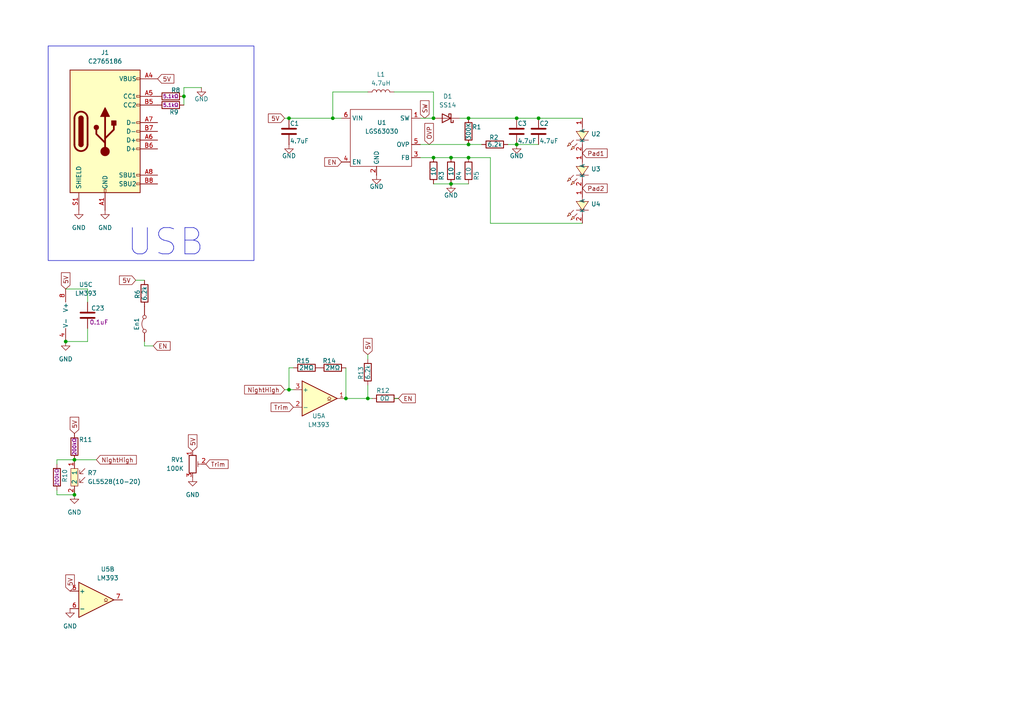
<source format=kicad_sch>
(kicad_sch (version 20250114) (generator "eeschema") (generator_version "9.0")
  (paper "A4")
  (lib_symbols
    (symbol "Comparator:LM393" (pin_names (offset 0.127))
      (property "Reference" "U" (at 3.81 3.81 0))
      (property "Value" "LM393" (at 6.35 -3.81 0))
      (symbol "LM393_1_1"
        (polyline (pts (xy -5.08 5.08) (xy 5.08 0) (xy -5.08 -5.08) (xy -5.08 5.08)) (stroke (width 0.254)) (fill (type background)))
        (polyline (pts (xy 3.302 -0.508) (xy 2.794 -0.508) (xy 3.302 0) (xy 2.794 0.508) (xy 2.286 0) (xy 2.794 -0.508) (xy 2.286 -0.508)) (stroke (width 0.127)))
        (pin input line (at -7.62 2.54 0) (length 2.54) (name "+") (number "3"))
        (pin input line (at -7.62 -2.54 0) (length 2.54) (name "-") (number "2"))
        (pin open_collector line (at 7.62 0 180) (length 2.54) (name "~") (number "1"))
      )
      (symbol "LM393_2_1"
        (polyline (pts (xy -5.08 5.08) (xy 5.08 0) (xy -5.08 -5.08) (xy -5.08 5.08)) (stroke (width 0.254)) (fill (type background)))
        (polyline (pts (xy 3.302 -0.508) (xy 2.794 -0.508) (xy 3.302 0) (xy 2.794 0.508) (xy 2.286 0) (xy 2.794 -0.508) (xy 2.286 -0.508)) (stroke (width 0.127)))
        (pin input line (at -7.62 2.54 0) (length 2.54) (name "+") (number "5"))
        (pin input line (at -7.62 -2.54 0) (length 2.54) (name "-") (number "6"))
        (pin open_collector line (at 7.62 0 180) (length 2.54) (name "~") (number "7"))
      )
      (symbol "LM393_3_1"
        (pin power_in line (at -2.54 7.62 270) (length 3.81) (name "V+") (number "8"))
        (pin power_in line (at -2.54 -7.62 90) (length 3.81) (name "V-") (number "4"))
      )
    )
    (symbol "Connector:USB_C_Receptacle_USB2.0_16P" (pin_names (offset 1.016))
      (property "Reference" "J" (at 0 22.225 0))
      (property "Value" "USB_C_Receptacle_USB2.0_16P" (at 0 19.685 0))
      (symbol "USB_C_Receptacle_USB2.0_16P_0_0"
        (rectangle (start -0.254 -17.78) (end 0.254 -16.764))
        (rectangle (start 10.16 15.494) (end 9.144 14.986))
        (rectangle (start 10.16 10.414) (end 9.144 9.906))
        (rectangle (start 10.16 7.874) (end 9.144 7.366))
        (rectangle (start 10.16 2.794) (end 9.144 2.286))
        (rectangle (start 10.16 0.254) (end 9.144 -0.254))
        (rectangle (start 10.16 -2.286) (end 9.144 -2.794))
        (rectangle (start 10.16 -4.826) (end 9.144 -5.334))
        (rectangle (start 10.16 -12.446) (end 9.144 -12.954))
        (rectangle (start 10.16 -14.986) (end 9.144 -15.494))
      )
      (symbol "USB_C_Receptacle_USB2.0_16P_0_1"
        (rectangle (start -10.16 17.78) (end 10.16 -17.78) (stroke (width 0.254)) (fill (type background)))
        (polyline (pts (xy -8.89 -3.81) (xy -8.89 3.81)) (stroke (width 0.508)))
        (rectangle (start -7.62 -3.81) (end -6.35 3.81) (stroke (width 0.254)) (fill (type outline)))
        (arc (start -7.62 3.81) (mid -6.985 4.4423) (end -6.35 3.81) (stroke (width 0.254)))
        (arc (start -7.62 3.81) (mid -6.985 4.4423) (end -6.35 3.81) (stroke (width 0.254)) (fill (type outline)))
        (arc (start -8.89 3.81) (mid -6.985 5.7067) (end -5.08 3.81) (stroke (width 0.508)))
        (arc (start -5.08 -3.81) (mid -6.985 -5.7067) (end -8.89 -3.81) (stroke (width 0.508)))
        (arc (start -6.35 -3.81) (mid -6.985 -4.4423) (end -7.62 -3.81) (stroke (width 0.254)))
        (arc (start -6.35 -3.81) (mid -6.985 -4.4423) (end -7.62 -3.81) (stroke (width 0.254)) (fill (type outline)))
        (polyline (pts (xy -5.08 3.81) (xy -5.08 -3.81)) (stroke (width 0.508)))
        (circle (center -2.54 1.143) (radius 0.635) (stroke (width 0.254)) (fill (type outline)))
        (polyline (pts (xy -1.27 4.318) (xy 0 6.858) (xy 1.27 4.318) (xy -1.27 4.318)) (stroke (width 0.254)) (fill (type outline)))
        (polyline (pts (xy 0 -2.032) (xy 2.54 0.508) (xy 2.54 1.778)) (stroke (width 0.508)))
        (polyline (pts (xy 0 -3.302) (xy -2.54 -0.762) (xy -2.54 0.508)) (stroke (width 0.508)))
        (polyline (pts (xy 0 -5.842) (xy 0 4.318)) (stroke (width 0.508)))
        (circle (center 0 -5.842) (radius 1.27) (fill (type outline)))
        (rectangle (start 1.905 1.778) (end 3.175 3.048) (stroke (width 0.254)) (fill (type outline)))
      )
      (symbol "USB_C_Receptacle_USB2.0_16P_1_1"
        (pin passive line (at -7.62 -22.86 90) (length 5.08) (name "SHIELD") (number "S1"))
        (pin passive line (at 0 -22.86 90) (length 5.08) (name "GND") (number "A1"))
        (pin passive line (at 0 -22.86 90) (length 5.08) (hide yes) (name "GND") (number "A12"))
        (pin passive line (at 0 -22.86 90) (length 5.08) (hide yes) (name "GND") (number "B1"))
        (pin passive line (at 0 -22.86 90) (length 5.08) (hide yes) (name "GND") (number "B12"))
        (pin passive line (at 15.24 15.24 180) (length 5.08) (name "VBUS") (number "A4"))
        (pin passive line (at 15.24 15.24 180) (length 5.08) (hide yes) (name "VBUS") (number "A9"))
        (pin passive line (at 15.24 15.24 180) (length 5.08) (hide yes) (name "VBUS") (number "B4"))
        (pin passive line (at 15.24 15.24 180) (length 5.08) (hide yes) (name "VBUS") (number "B9"))
        (pin bidirectional line (at 15.24 10.16 180) (length 5.08) (name "CC1") (number "A5"))
        (pin bidirectional line (at 15.24 7.62 180) (length 5.08) (name "CC2") (number "B5"))
        (pin bidirectional line (at 15.24 2.54 180) (length 5.08) (name "D-") (number "A7"))
        (pin bidirectional line (at 15.24 0 180) (length 5.08) (name "D-") (number "B7"))
        (pin bidirectional line (at 15.24 -2.54 180) (length 5.08) (name "D+") (number "A6"))
        (pin bidirectional line (at 15.24 -5.08 180) (length 5.08) (name "D+") (number "B6"))
        (pin bidirectional line (at 15.24 -12.7 180) (length 5.08) (name "SBU1") (number "A8"))
        (pin bidirectional line (at 15.24 -15.24 180) (length 5.08) (name "SBU2") (number "B8"))
      )
    )
    (symbol "Device:C" (pin_numbers (hide yes)) (pin_names (offset 0.254))
      (property "Reference" "C" (at 0.635 2.54 0))
      (property "Value" "C" (at 0.635 -2.54 0))
      (symbol "C_0_1"
        (polyline (pts (xy -2.032 0.762) (xy 2.032 0.762)) (stroke (width 0.508)))
        (polyline (pts (xy -2.032 -0.762) (xy 2.032 -0.762)) (stroke (width 0.508)))
      )
      (symbol "C_1_1"
        (pin passive line (at 0 3.81 270) (length 2.794) (name "~") (number "1"))
        (pin passive line (at 0 -3.81 90) (length 2.794) (name "~") (number "2"))
      )
    )
    (symbol "Device:L" (pin_numbers (hide yes)) (pin_names (offset 1.016) (hide yes))
      (property "Reference" "L" (at -1.27 0 90))
      (property "Value" "L" (at 1.905 0 90))
      (symbol "L_0_1"
        (arc (start 0 2.54) (mid 0.6323 1.905) (end 0 1.27))
        (arc (start 0 1.27) (mid 0.6323 0.635) (end 0 0))
        (arc (start 0 0) (mid 0.6323 -0.635) (end 0 -1.27))
        (arc (start 0 -1.27) (mid 0.6323 -1.905) (end 0 -2.54))
      )
      (symbol "L_1_1"
        (pin passive line (at 0 3.81 270) (length 1.27) (name "1") (number "1"))
        (pin passive line (at 0 -3.81 90) (length 1.27) (name "2") (number "2"))
      )
    )
    (symbol "Device:R" (pin_numbers (hide yes)) (pin_names (offset 0))
      (property "Reference" "R" (at 2.032 0 90))
      (property "Value" "R" (at 0 0 90))
      (symbol "R_0_1"
        (rectangle (start -1.016 -2.54) (end 1.016 2.54) (stroke (width 0.254)))
      )
      (symbol "R_1_1"
        (pin passive line (at 0 3.81 270) (length 1.27) (name "~") (number "1"))
        (pin passive line (at 0 -3.81 90) (length 1.27) (name "~") (number "2"))
      )
    )
    (symbol "Device:R_Potentiometer_Trim" (pin_names (offset 1.016) (hide yes))
      (property "Reference" "RV" (at -4.445 0 90))
      (property "Value" "R_Potentiometer_Trim" (at -2.54 0 90))
      (symbol "R_Potentiometer_Trim_0_1"
        (rectangle (start 1.016 2.54) (end -1.016 -2.54) (stroke (width 0.254)))
        (polyline (pts (xy 1.524 0.762) (xy 1.524 -0.762)))
        (polyline (pts (xy 2.54 0) (xy 1.524 0)))
      )
      (symbol "R_Potentiometer_Trim_1_1"
        (pin passive line (at 0 3.81 270) (length 1.27) (name "1") (number "1"))
        (pin passive line (at 0 -3.81 90) (length 1.27) (name "3") (number "3"))
        (pin passive line (at 3.81 0 180) (length 1.27) (name "2") (number "2"))
      )
    )
    (symbol "Diode:SS14" (pin_numbers (hide yes)) (pin_names (offset 1.016) (hide yes))
      (property "Reference" "D" (at 0 2.54 0))
      (property "Value" "SS14" (at 0 -2.54 0))
      (symbol "SS14_0_1"
        (polyline (pts (xy -1.905 0.635) (xy -1.905 1.27) (xy -1.27 1.27) (xy -1.27 -1.27) (xy -0.635 -1.27) (xy -0.635 -0.635)) (stroke (width 0.254)))
        (polyline (pts (xy 1.27 1.27) (xy 1.27 -1.27) (xy -1.27 0) (xy 1.27 1.27)) (stroke (width 0.254)))
        (polyline (pts (xy 1.27 0) (xy -1.27 0)))
      )
      (symbol "SS14_1_1"
        (pin passive line (at -3.81 0 0) (length 2.54) (name "K") (number "1"))
        (pin passive line (at 3.81 0 180) (length 2.54) (name "A") (number "2"))
      )
    )
    (symbol "EasyEDA:GL5528(10-20)"
      (property "Reference" "R" (at 0 3.81 0))
      (property "Value" "GL5528(10-20)" (at 0 -6.35 0))
      (symbol "GL5528(10-20)_0_1"
        (polyline (pts (xy -2.54 1.78) (xy -1.02 0.25)))
        (rectangle (start -2.54 -0.25) (end 2.54 -2.29) (fill (type background)))
        (polyline (pts (xy -1.02 1.27) (xy -1.02 0.25) (xy -2.03 0.25)))
        (polyline (pts (xy 0 1.78) (xy 1.52 0.25)))
        (polyline (pts (xy 1.52 1.27) (xy 1.52 0.25) (xy 0.51 0.25)))
        (pin input line (at -5.08 -1.27 0) (length 2.54) (name "1") (number "1"))
        (pin input line (at 5.08 -1.27 180) (length 2.54) (name "2") (number "2"))
      )
    )
    (symbol "EasyEDA:JNJ-LTAU0106W90_Q15MIL_365-370NM"
      (property "Reference" "U" (at 0 5.08 0))
      (property "Value" "JNJ-LTAU0106W90/Q15MIL/365-370NM" (at 0 -5.08 0))
      (symbol "JNJ-LTAU0106W90_Q15MIL_365-370NM_0_1"
        (polyline (pts (xy -4.06 3.3) (xy -3.05 2.79) (xy -3.56 2.29) (xy -4.06 3.3)) (fill (type background)))
        (polyline (pts (xy -3.05 4.32) (xy -2.03 3.81) (xy -2.54 3.3) (xy -3.05 4.32)) (fill (type background)))
        (polyline (pts (xy -2.29 1.52) (xy -3.3 2.54) (xy -2.29 1.52)) (fill (type background)))
        (polyline (pts (xy -1.27 2.54) (xy -2.29 3.56) (xy -1.27 2.54)) (fill (type background)))
        (polyline (pts (xy -1.27 1.78) (xy -1.27 -1.78)))
        (polyline (pts (xy -1.27 0) (xy -2.54 0)))
        (polyline (pts (xy 1.27 1.78) (xy -1.27 0) (xy 1.27 -1.78) (xy 1.27 1.78)) (fill (type background)))
        (polyline (pts (xy 2.54 0) (xy 1.27 0)))
        (pin unspecified line (at -5.08 0 0) (length 2.54) (name "K") (number "2"))
        (pin unspecified line (at 5.08 0 180) (length 2.54) (name "A") (number "1"))
      )
    )
    (symbol "EasyEDA:LGS63030"
      (property "Reference" "U" (at -4.318 4.064 0))
      (property "Value" "LGS63030" (at 0 1.778 0))
      (symbol "LGS63030_0_1"
        (rectangle (start -10.16 7.62) (end 7.62 -8.89))
        (pin power_in line (at -12.7 5.08 0) (length 2.54) (name "VIN") (number "6"))
        (pin unspecified line (at -12.7 -7.62 0) (length 2.54) (name "EN") (number "4"))
        (pin unspecified line (at -2.54 -11.43 90) (length 2.54) (name "GND") (number "2"))
        (pin unspecified line (at 10.16 5.08 180) (length 2.54) (name "SW") (number "1"))
        (pin unspecified line (at 10.16 -2.54 180) (length 2.54) (name "OVP") (number "5"))
        (pin unspecified line (at 10.16 -6.35 180) (length 2.54) (name "FB") (number "3"))
      )
    )
    (symbol "Jumper:Jumper_2_Bridged" (pin_numbers (hide yes)) (pin_names (offset 0) (hide yes))
      (property "Reference" "JP" (at 0 1.905 0))
      (property "Value" "Jumper_2_Bridged" (at 0 -2.54 0))
      (symbol "Jumper_2_Bridged_0_0"
        (circle (center -2.032 0) (radius 0.508))
        (circle (center 2.032 0) (radius 0.508))
      )
      (symbol "Jumper_2_Bridged_0_1"
        (arc (start -1.524 0.254) (mid 0 0.762) (end 1.524 0.254))
      )
      (symbol "Jumper_2_Bridged_1_1"
        (pin passive line (at -5.08 0 0) (length 2.54) (name "A") (number "1"))
        (pin passive line (at 5.08 0 180) (length 2.54) (name "B") (number "2"))
      )
    )
    (symbol "power:GND" (power) (pin_numbers (hide yes)) (pin_names (offset 0) (hide yes))
      (property "Value" "GND" (at 0 -3.81 0))
      (symbol "GND_0_1"
        (polyline (pts (xy 0 0) (xy 0 -1.27) (xy 1.27 -1.27) (xy 0 -2.54) (xy -1.27 -1.27) (xy 0 -1.27)))
      )
      (symbol "GND_1_1"
        (pin power_in line (at 0 0 270) (length 0) (name "~") (number "1"))
      )
    )
  )
  (rectangle (start 13.97 13.335) (end 73.66 75.565))
  (text "USB" (at 48.006 70.358 0) (effects (font (size 7.62 7.62))))
  (junction (at 53.34 27.94))
  (junction (at 135.89 41.91))
  (junction (at 135.89 34.29))
  (junction (at 125.73 45.72))
  (junction (at 83.82 34.29))
  (junction (at 96.52 34.29))
  (junction (at 156.21 34.29))
  (junction (at 135.89 45.72))
  (junction (at 100.33 115.57))
  (junction (at 149.86 34.29))
  (junction (at 21.59 133.35))
  (junction (at 106.68 115.57))
  (junction (at 149.86 41.91))
  (junction (at 125.73 34.29))
  (junction (at 19.05 99.06))
  (junction (at 130.81 53.34))
  (junction (at 130.81 45.72))
  (junction (at 21.59 143.51))
  (junction (at 83.82 113.03))
  (wire (pts (xy 25.4 83.82) (xy 25.4 87.63)))
  (wire (pts (xy 53.34 27.94) (xy 53.34 30.48)))
  (wire (pts (xy 130.81 45.72) (xy 135.89 45.72)))
  (wire (pts (xy 96.52 26.67) (xy 106.68 26.67)))
  (wire (pts (xy 156.21 34.29) (xy 168.91 34.29)))
  (wire (pts (xy 85.09 106.68) (xy 83.82 106.68)))
  (wire (pts (xy 53.34 25.4) (xy 53.34 27.94)))
  (wire (pts (xy 100.33 115.57) (xy 106.68 115.57)))
  (wire (pts (xy 114.3 115.57) (xy 115.57 115.57)))
  (wire (pts (xy 19.05 99.06) (xy 25.4 99.06)))
  (wire (pts (xy 121.92 45.72) (xy 125.73 45.72)))
  (wire (pts (xy 16.51 133.35) (xy 21.59 133.35)))
  (wire (pts (xy 82.55 34.29) (xy 83.82 34.29)))
  (wire (pts (xy 106.68 102.87) (xy 106.68 104.14)))
  (wire (pts (xy 149.86 34.29) (xy 156.21 34.29)))
  (wire (pts (xy 16.51 134.62) (xy 16.51 133.35)))
  (wire (pts (xy 130.81 53.34) (xy 135.89 53.34)))
  (wire (pts (xy 21.59 133.35) (xy 27.94 133.35)))
  (wire (pts (xy 135.89 34.29) (xy 149.86 34.29)))
  (wire (pts (xy 168.91 64.77) (xy 142.24 64.77)))
  (wire (pts (xy 121.92 41.91) (xy 135.89 41.91)))
  (wire (pts (xy 58.42 25.4) (xy 53.34 25.4)))
  (wire (pts (xy 133.35 34.29) (xy 135.89 34.29)))
  (wire (pts (xy 19.05 83.82) (xy 25.4 83.82)))
  (wire (pts (xy 21.59 142.24) (xy 21.59 143.51)))
  (wire (pts (xy 83.82 106.68) (xy 83.82 113.03)))
  (wire (pts (xy 106.68 111.76) (xy 106.68 115.57)))
  (wire (pts (xy 96.52 26.67) (xy 96.52 34.29)))
  (wire (pts (xy 135.89 41.91) (xy 139.7 41.91)))
  (wire (pts (xy 142.24 45.72) (xy 142.24 64.77)))
  (wire (pts (xy 125.73 53.34) (xy 130.81 53.34)))
  (wire (pts (xy 125.73 26.67) (xy 125.73 34.29)))
  (wire (pts (xy 16.51 142.24) (xy 16.51 143.51)))
  (wire (pts (xy 125.73 34.29) (xy 121.92 34.29)))
  (wire (pts (xy 83.82 113.03) (xy 85.09 113.03)))
  (wire (pts (xy 149.86 41.91) (xy 156.21 41.91)))
  (wire (pts (xy 83.82 34.29) (xy 96.52 34.29)))
  (wire (pts (xy 25.4 95.25) (xy 25.4 99.06)))
  (wire (pts (xy 41.91 99.06) (xy 41.91 100.33)))
  (wire (pts (xy 39.37 81.28) (xy 41.91 81.28)))
  (wire (pts (xy 83.82 113.03) (xy 82.55 113.03)))
  (wire (pts (xy 106.68 115.57) (xy 107.95 115.57)))
  (wire (pts (xy 100.33 106.68) (xy 100.33 115.57)))
  (wire (pts (xy 96.52 34.29) (xy 99.06 34.29)))
  (wire (pts (xy 16.51 143.51) (xy 21.59 143.51)))
  (wire (pts (xy 41.91 100.33) (xy 44.45 100.33)))
  (wire (pts (xy 147.32 41.91) (xy 149.86 41.91)))
  (wire (pts (xy 125.73 45.72) (xy 130.81 45.72)))
  (wire (pts (xy 135.89 45.72) (xy 142.24 45.72)))
  (wire (pts (xy 114.3 26.67) (xy 125.73 26.67)))
  (global_label "5V" (shape input) (at 20.32 171.45 90) (property "Intersheetrefs" "${INTERSHEET_REFS}" (effects (hide yes))))
  (global_label "EN" (shape input) (at 115.57 115.57 0) (property "Intersheetrefs" "${INTERSHEET_REFS}" (effects (hide yes))))
  (global_label "5V" (shape input) (at 106.68 102.87 90) (property "Intersheetrefs" "${INTERSHEET_REFS}" (effects (hide yes))))
  (global_label "5V" (shape input) (at 82.55 34.29 180) (property "Intersheetrefs" "${INTERSHEET_REFS}" (effects (hide yes))))
  (global_label "Pad1" (shape input) (at 168.91 44.45 0) (property "Intersheetrefs" "${INTERSHEET_REFS}" (effects (hide yes))))
  (global_label "Trim" (shape input) (at 59.69 134.62 0) (property "Intersheetrefs" "${INTERSHEET_REFS}" (effects (hide yes))))
  (global_label "5V" (shape input) (at 19.05 83.82 90) (property "Intersheetrefs" "${INTERSHEET_REFS}" (effects (hide yes))))
  (global_label "5V" (shape input) (at 55.88 130.81 90) (property "Intersheetrefs" "${INTERSHEET_REFS}" (effects (hide yes))))
  (global_label "NightHigh" (shape input) (at 82.55 113.03 180) (property "Intersheetrefs" "${INTERSHEET_REFS}" (effects (hide yes))))
  (global_label "EN" (shape input) (at 99.06 46.99 180) (property "Intersheetrefs" "${INTERSHEET_REFS}" (effects (hide yes))))
  (global_label "SW" (shape input) (at 123.19 34.29 90) (property "Intersheetrefs" "${INTERSHEET_REFS}" (effects (hide yes))))
  (global_label "OVP" (shape input) (at 124.46 41.91 90) (property "Intersheetrefs" "${INTERSHEET_REFS}" (effects (hide yes))))
  (global_label "EN" (shape input) (at 44.45 100.33 0) (property "Intersheetrefs" "${INTERSHEET_REFS}" (effects (hide yes))))
  (global_label "5V" (shape input) (at 45.72 22.86 0) (property "Intersheetrefs" "${INTERSHEET_REFS}" (effects (hide yes))))
  (global_label "NightHigh" (shape input) (at 27.94 133.35 0) (property "Intersheetrefs" "${INTERSHEET_REFS}" (effects (hide yes))))
  (global_label "5V" (shape input) (at 21.59 125.73 90) (property "Intersheetrefs" "${INTERSHEET_REFS}" (effects (hide yes))))
  (global_label "Trim" (shape input) (at 85.09 118.11 180) (property "Intersheetrefs" "${INTERSHEET_REFS}" (effects (hide yes))))
  (global_label "5V" (shape input) (at 39.37 81.28 180) (property "Intersheetrefs" "${INTERSHEET_REFS}" (effects (hide yes))))
  (global_label "Pad2" (shape input) (at 168.91 54.61 0) (property "Intersheetrefs" "${INTERSHEET_REFS}" (effects (hide yes))))
  (symbol (lib_id "Device:C") (at 25.4 91.44 0) (unit 1)
    (property "Reference" "C23" (at 26.416 89.408 0) (effects (justify left)))
    (property "Value" "C1525" (effects (hide yes)))
    (property "Footprint" "Capacitor_SMD:C_0402_1005Metric" (effects (hide yes)))
    (property "Datasheet" "https://jlcpcb.com/partdetail/1877-CL05B104KO5NNNC/C1525" (effects (hide yes)))
    (property "Description" "Unpolarized capacitor" (effects (hide yes)))
    (property "Field5" "0.1uF" (at 28.702 93.472 0))
  )
  (symbol (lib_id "Device:R_Potentiometer_Trim") (at 55.88 134.62 0) (unit 1)
    (property "Reference" "RV1" (at 53.34 133.3499 0) (effects (justify right)))
    (property "Value" "100K" (at 53.34 135.8899 0) (effects (justify right)))
    (property "Footprint" "Potentiometer_THT:Potentiometer_Bourns_3339S_Horizontal" (effects (hide yes)))
    (property "Datasheet" "https://jlcpcb.com/partdetail/120235-3362P_1104/C118966" (effects (hide yes)))
    (property "Description" "Trim-potentiometer" (effects (hide yes)))
    (property "LCSC" "C118966" (effects (hide yes)))
  )
  (symbol (lib_id "EasyEDA:JNJ-LTAU0106W90_Q15MIL_365-370NM") (at 168.91 39.37 90) (unit 1)
    (property "Reference" "U2" (at 171.45 38.8599 90) (effects (justify right)))
    (property "Value" "JNJ-LTAU0106W90/Q15MIL/365-370NM" (effects (hide yes)))
    (property "Footprint" "EasyEDA:LED-SMD_L3.5-W2.8-FD_GREEN-1" (effects (hide yes)))
    (property "LCSC Part" "C7500133" (effects (hide yes)))
  )
  (symbol (lib_id "power:GND") (at 22.86 60.96 0) (unit 1)
    (property "Reference" "#PWR014" (effects (hide yes)))
    (property "Value" "GND" (at 22.86 66.04 0))
    (property "Description" "Power symbol creates a global label with name \"GND\" , ground" (effects (hide yes)))
  )
  (symbol (lib_id "Comparator:LM393") (at 27.94 173.99 0) (unit 2)
    (property "Reference" "U5" (at 31.242 165.1 0))
    (property "Value" "LM393" (at 31.242 167.64 0))
    (property "Footprint" "Package_SO:SOIC-8_3.9x4.9mm_P1.27mm" (effects (hide yes)))
    (property "Datasheet" "http://www.ti.com/lit/ds/symlink/lm393.pdf" (effects (hide yes)))
    (property "Description" "Low-Power, Low-Offset Voltage, Dual Comparators, DIP-8/SOIC-8/TO-99-8" (effects (hide yes)))
  )
  (symbol (lib_id "power:GND") (at 20.32 176.53 0) (unit 1)
    (property "Reference" "#PWR09" (effects (hide yes)))
    (property "Value" "GND" (at 20.32 181.61 0))
    (property "Description" "Power symbol creates a global label with name \"GND\" , ground" (effects (hide yes)))
  )
  (symbol (lib_id "power:GND") (at 130.81 53.34 0) (unit 1)
    (property "Reference" "#PWR05" (effects (hide yes)))
    (property "Value" "GND" (at 130.81 56.642 0))
    (property "Description" "Power symbol creates a global label with name \"GND\" , ground" (effects (hide yes)))
  )
  (symbol (lib_id "Device:C") (at 83.82 38.1 0) (unit 1)
    (property "Reference" "C1" (at 84.074 35.814 0) (effects (justify left)))
    (property "Value" "4.7uF" (at 84.074 40.894 0) (effects (justify left)))
    (property "Footprint" "Capacitor_SMD:C_0805_2012Metric" (effects (hide yes)))
    (property "Datasheet" "https://jlcpcb.com/partdetail/2131-CL21A475KAQNNNE/C1779" (effects (hide yes)))
    (property "Description" "Unpolarized capacitor" (effects (hide yes)))
    (property "LCSC" "C1779" (effects (hide yes)))
  )
  (symbol (lib_id "power:GND") (at 55.88 138.43 0) (unit 1)
    (property "Reference" "#PWR08" (effects (hide yes)))
    (property "Value" "GND" (at 55.88 143.51 0))
    (property "Description" "Power symbol creates a global label with name \"GND\" , ground" (effects (hide yes)))
  )
  (symbol (lib_id "Device:R") (at 130.81 49.53 0) (unit 1)
    (property "Reference" "R4" (at 133.096 52.324 90) (effects (justify left)))
    (property "Value" "10" (at 130.81 51.054 90) (effects (justify left)))
    (property "Footprint" "Resistor_SMD:R_0603_1608Metric" (effects (hide yes)))
    (property "Datasheet" "https://jlcpcb.com/partdetail/23586-0603WAF100JT5E/C22859" (effects (hide yes)))
    (property "Description" "Resistor" (effects (hide yes)))
    (property "LCSC" "C22859" (effects (hide yes)))
  )
  (symbol (lib_id "Device:C") (at 156.21 38.1 0) (unit 1)
    (property "Reference" "C2" (at 156.464 35.814 0) (effects (justify left)))
    (property "Value" "4.7uF" (at 156.464 40.894 0) (effects (justify left)))
    (property "Footprint" "Capacitor_SMD:C_0805_2012Metric" (effects (hide yes)))
    (property "Datasheet" "https://jlcpcb.com/partdetail/2131-CL21A475KAQNNNE/C1779" (effects (hide yes)))
    (property "Description" "Unpolarized capacitor" (effects (hide yes)))
    (property "LCSC" "C1779" (effects (hide yes)))
  )
  (symbol (lib_id "power:GND") (at 58.42 25.4 0) (unit 1)
    (property "Reference" "#PWR016" (effects (hide yes)))
    (property "Value" "GND" (at 58.42 28.702 0))
    (property "Description" "Power symbol creates a global label with name \"GND\" , ground" (effects (hide yes)))
  )
  (symbol (lib_id "EasyEDA:JNJ-LTAU0106W90_Q15MIL_365-370NM") (at 168.91 59.69 90) (unit 1)
    (property "Reference" "U4" (at 171.45 59.1799 90) (effects (justify right)))
    (property "Value" "JNJ-LTAU0106W90/Q15MIL/365-370NM" (effects (hide yes)))
    (property "Footprint" "EasyEDA:LED-SMD_L3.5-W2.8-FD_GREEN-1" (effects (hide yes)))
    (property "LCSC Part" "C7500133" (effects (hide yes)))
  )
  (symbol (lib_id "Device:L") (at 110.49 26.67 90) (unit 1)
    (property "Reference" "L1" (at 110.49 21.59 90))
    (property "Value" "4.7uH" (at 110.49 24.13 90))
    (property "Footprint" "Inductor_SMD:L_0805_2012Metric" (effects (hide yes)))
    (property "Datasheet" "https://jlcpcb.com/partdetail/TDK-MLP2012S4R7MT0S1/C87543" (effects (hide yes)))
    (property "Description" "Inductor" (effects (hide yes)))
    (property "LCSC" "C87543" (effects (hide yes)))
  )
  (symbol (lib_id "Device:C") (at 149.86 38.1 0) (unit 1)
    (property "Reference" "C3" (at 150.114 35.814 0) (effects (justify left)))
    (property "Value" "4.7uF" (at 150.114 40.894 0) (effects (justify left)))
    (property "Footprint" "Capacitor_SMD:C_0805_2012Metric" (effects (hide yes)))
    (property "Datasheet" "https://jlcpcb.com/partdetail/2131-CL21A475KAQNNNE/C1779" (effects (hide yes)))
    (property "Description" "Unpolarized capacitor" (effects (hide yes)))
    (property "LCSC" "C1779" (effects (hide yes)))
  )
  (symbol (lib_id "Device:R") (at 16.51 138.43 0) (unit 1)
    (property "Reference" "R10" (at 18.796 139.954 90) (effects (justify left)))
    (property "Value" "C25764" (effects (hide yes)))
    (property "Footprint" "Resistor_SMD:R_0402_1005Metric" (effects (hide yes)))
    (property "Datasheet" "https://jlcpcb.com/partdetail/26507-0402WGF2003TCE/C25764" (effects (hide yes)))
    (property "Description" "Resistor" (effects (hide yes)))
    (property "Field5" "200kΩ" (at 16.51 138.43 90) (effects (font (size 1.016 1.016))))
  )
  (symbol (lib_id "EasyEDA:JNJ-LTAU0106W90_Q15MIL_365-370NM") (at 168.91 49.53 90) (unit 1)
    (property "Reference" "U3" (at 171.45 49.0199 90) (effects (justify right)))
    (property "Value" "JNJ-LTAU0106W90/Q15MIL/365-370NM" (effects (hide yes)))
    (property "Footprint" "EasyEDA:LED-SMD_L3.5-W2.8-FD_GREEN-1" (effects (hide yes)))
    (property "LCSC Part" "C7500133" (effects (hide yes)))
  )
  (symbol (lib_id "power:GND") (at 149.86 41.91 0) (unit 1)
    (property "Reference" "#PWR03" (effects (hide yes)))
    (property "Value" "GND" (at 149.86 45.212 0))
    (property "Description" "Power symbol creates a global label with name \"GND\" , ground" (effects (hide yes)))
  )
  (symbol (lib_id "Device:R") (at 135.89 38.1 0) (unit 1)
    (property "Reference" "R1" (at 136.906 36.83 0) (effects (justify left)))
    (property "Value" "300K" (at 135.89 40.64 90) (effects (justify left)))
    (property "Footprint" "Resistor_SMD:R_0603_1608Metric" (effects (hide yes)))
    (property "Datasheet" "https://jlcpcb.com/partdetail/23751-0603WAF3003T5E/C23024" (effects (hide yes)))
    (property "Description" "Resistor" (effects (hide yes)))
    (property "LCSC" "C23024" (effects (hide yes)))
  )
  (symbol (lib_id "Device:R") (at 125.73 49.53 0) (unit 1)
    (property "Reference" "R3" (at 128.016 52.324 90) (effects (justify left)))
    (property "Value" "10" (at 125.73 51.054 90) (effects (justify left)))
    (property "Footprint" "Resistor_SMD:R_0603_1608Metric" (effects (hide yes)))
    (property "Datasheet" "https://jlcpcb.com/partdetail/23586-0603WAF100JT5E/C22859" (effects (hide yes)))
    (property "Description" "Resistor" (effects (hide yes)))
    (property "LCSC" "C22859" (effects (hide yes)))
  )
  (symbol (lib_id "Device:R") (at 96.52 106.68 90) (unit 1)
    (property "Reference" "R14" (at 95.504 104.648 90))
    (property "Value" "2MΩ" (at 96.52 106.68 90))
    (property "Footprint" "Resistor_SMD:R_0603_1608Metric" (effects (hide yes)))
    (property "Datasheet" "https://jlcpcb.com/partdetail/23703-0603WAF2004T5E/C22976" (effects (hide yes)))
    (property "Description" "Resistor" (effects (hide yes)))
    (property "LCSC" "C22976" (effects (hide yes)))
  )
  (symbol (lib_id "Device:R") (at 106.68 107.95 180) (unit 1)
    (property "Reference" "R13" (at 104.648 108.204 90))
    (property "Value" "6.2k" (at 106.68 107.95 90))
    (property "Footprint" "Resistor_SMD:R_0603_1608Metric" (effects (hide yes)))
    (property "Datasheet" "https://jlcpcb.com/partdetail/4667-0603WAF6201T5E/C4260" (effects (hide yes)))
    (property "Description" "Resistor" (effects (hide yes)))
    (property "LCSC" "C4260" (effects (hide yes)))
  )
  (symbol (lib_id "Connector:USB_C_Receptacle_USB2.0_16P") (at 30.48 38.1 0) (unit 1)
    (property "Reference" "J1" (at 30.48 15.24 0))
    (property "Value" "C2765186" (at 30.48 17.78 0))
    (property "Footprint" "Connector_USB:USB_C_Receptacle_G-Switch_GT-USB-7010ASV" (effects (hide yes)))
    (property "Datasheet" "https://jlcpcb.com/partdetail/SHOUHAN-TYPE_C_16PIN_2MD_073/C2765186" (effects (hide yes)))
    (property "Description" "USB 2.0-only 16P Type-C Receptacle connector" (effects (hide yes)))
  )
  (symbol (lib_id "power:GND") (at 83.82 41.91 0) (unit 1)
    (property "Reference" "#PWR01" (effects (hide yes)))
    (property "Value" "GND" (at 83.82 45.212 0))
    (property "Description" "Power symbol creates a global label with name \"GND\" , ground" (effects (hide yes)))
  )
  (symbol (lib_id "Device:R") (at 135.89 49.53 0) (unit 1)
    (property "Reference" "R5" (at 138.176 52.324 90) (effects (justify left)))
    (property "Value" "10" (at 135.89 51.054 90) (effects (justify left)))
    (property "Footprint" "Resistor_SMD:R_0603_1608Metric" (effects (hide yes)))
    (property "Datasheet" "https://jlcpcb.com/partdetail/23586-0603WAF100JT5E/C22859" (effects (hide yes)))
    (property "Description" "Resistor" (effects (hide yes)))
    (property "LCSC" "C22859" (effects (hide yes)))
  )
  (symbol (lib_id "Device:R") (at 111.76 115.57 90) (unit 1)
    (property "Reference" "R12" (at 113.03 113.284 90) (effects (justify left)))
    (property "Value" "0Ω" (at 113.03 115.57 90) (effects (justify left)))
    (property "Footprint" "Resistor_SMD:R_1206_3216Metric_Pad1.30x1.75mm_HandSolder" (effects (hide yes)))
    (property "Datasheet" "https://jlcpcb.com/partdetail/18576-1206W4F0000T5E/C17888" (effects (hide yes)))
    (property "Description" "Resistor" (effects (hide yes)))
    (property "LCSC" "C17888" (effects (hide yes)))
  )
  (symbol (lib_id "Jumper:Jumper_2_Bridged") (at 41.91 93.98 90) (unit 1)
    (property "Reference" "En1" (at 39.624 93.98 0))
    (property "Value" "Jumper_2_Bridged" (effects (hide yes)))
    (property "Footprint" "TestPoint:TestPoint_2Pads_Pitch2.54mm_Drill0.8mm" (effects (hide yes)))
    (property "Description" "Jumper, 2-pole, closed/bridged" (effects (hide yes)))
  )
  (symbol (lib_id "Device:R") (at 49.53 30.48 90) (unit 1)
    (property "Reference" "R9" (at 51.816 32.512 90) (effects (justify left)))
    (property "Value" "C25905" (effects (hide yes)))
    (property "Footprint" "Resistor_SMD:R_0402_1005Metric" (effects (hide yes)))
    (property "Datasheet" "https://jlcpcb.com/partdetail/26648-0402WGF5101TCE/C25905" (effects (hide yes)))
    (property "Description" "Resistor" (effects (hide yes)))
    (property "V" "5.1kΩ" (at 49.53 30.48 90) (effects (font (size 1.016 1.016))))
  )
  (symbol (lib_id "Comparator:LM393") (at 21.59 91.44 0) (unit 3)
    (property "Reference" "U5" (at 24.892 82.55 0))
    (property "Value" "LM393" (at 24.892 85.09 0))
    (property "Footprint" "Package_SO:SOIC-8_3.9x4.9mm_P1.27mm" (effects (hide yes)))
    (property "Datasheet" "http://www.ti.com/lit/ds/symlink/lm393.pdf" (effects (hide yes)))
    (property "Description" "Low-Power, Low-Offset Voltage, Dual Comparators, DIP-8/SOIC-8/TO-99-8" (effects (hide yes)))
  )
  (symbol (lib_id "Device:R") (at 49.53 27.94 90) (unit 1)
    (property "Reference" "R8" (at 52.324 26.162 90) (effects (justify left)))
    (property "Value" "C25905" (effects (hide yes)))
    (property "Footprint" "Resistor_SMD:R_0402_1005Metric" (effects (hide yes)))
    (property "Datasheet" "https://jlcpcb.com/partdetail/26648-0402WGF5101TCE/C25905" (effects (hide yes)))
    (property "Description" "Resistor" (effects (hide yes)))
    (property "V" "5.1kΩ" (at 49.53 27.94 90) (effects (font (size 1.016 1.016))))
  )
  (symbol (lib_id "EasyEDA:LGS63030") (at 111.76 39.37 0) (unit 1)
    (property "Reference" "U1" (at 110.744 35.56 0))
    (property "Value" "LGS63030" (at 110.744 38.1 0))
    (property "Footprint" "EasyEDA:SOT-23-6_L2.9-W1.6-P0.95-LS2.8-BR" (effects (hide yes)))
    (property "Datasheet" "https://datasheet.lcsc.com/lcsc/2507261355_Legend-Si-LGS63030B6_C5123976.pdf" (effects (hide yes)))
    (property "Description" "https://jlcpcb.com/partdetail/LegendSi-LGS63030B6/C5123976" (effects (hide yes)))
    (property "LCSC Part" "C5123976" (effects (hide yes)))
  )
  (symbol (lib_id "Device:R") (at 143.51 41.91 90) (unit 1)
    (property "Reference" "R2" (at 143.256 39.878 90))
    (property "Value" "6.2k" (at 143.51 41.91 90))
    (property "Footprint" "Resistor_SMD:R_0603_1608Metric" (effects (hide yes)))
    (property "Datasheet" "https://jlcpcb.com/partdetail/4667-0603WAF6201T5E/C4260" (effects (hide yes)))
    (property "Description" "Resistor" (effects (hide yes)))
    (property "LCSC" "C4260" (effects (hide yes)))
  )
  (symbol (lib_id "Device:R") (at 88.9 106.68 90) (unit 1)
    (property "Reference" "R15" (at 87.884 104.648 90))
    (property "Value" "2MΩ" (at 88.9 106.68 90))
    (property "Footprint" "Resistor_SMD:R_0603_1608Metric" (effects (hide yes)))
    (property "Datasheet" "https://jlcpcb.com/partdetail/23703-0603WAF2004T5E/C22976" (effects (hide yes)))
    (property "Description" "Resistor" (effects (hide yes)))
    (property "LCSC" "C22976" (effects (hide yes)))
  )
  (symbol (lib_id "Device:R") (at 21.59 129.54 0) (unit 1)
    (property "Reference" "R11" (at 22.86 127.508 0) (effects (justify left)))
    (property "Value" "C25764" (effects (hide yes)))
    (property "Footprint" "Resistor_SMD:R_0402_1005Metric" (effects (hide yes)))
    (property "Datasheet" "https://jlcpcb.com/partdetail/26507-0402WGF2003TCE/C25764" (effects (hide yes)))
    (property "Description" "Resistor" (effects (hide yes)))
    (property "Field5" "200kΩ" (at 21.59 129.54 90) (effects (font (size 1.016 1.016))))
  )
  (symbol (lib_id "Comparator:LM393") (at 92.71 115.57 0) (unit 1)
    (property "Reference" "U5" (at 92.456 120.65 0))
    (property "Value" "LM393" (at 92.456 123.19 0))
    (property "Footprint" "Package_SO:SOIC-8_3.9x4.9mm_P1.27mm" (effects (hide yes)))
    (property "Datasheet" "http://www.ti.com/lit/ds/symlink/lm393.pdf" (effects (hide yes)))
    (property "Description" "Low-Power, Low-Offset Voltage, Dual Comparators, DIP-8/SOIC-8/TO-99-8" (effects (hide yes)))
  )
  (symbol (lib_id "EasyEDA:GL5528(10-20)") (at 22.86 138.43 270) (unit 1)
    (property "Reference" "R7" (at 25.4 137.1599 90) (effects (justify left)))
    (property "Value" "GL5528(10-20)" (at 25.4 139.6999 90) (effects (justify left)))
    (property "Footprint" "EasyEDA:RES-TH_L5.1-W4.3-P3.40-D0.5" (effects (hide yes)))
    (property "Datasheet" "https://lcsc.com/product-detail/Photoresistors_GL5528-10-20-NO-RHOS_C10081.html" (effects (hide yes)))
    (property "LCSC Part" "C10081" (effects (hide yes)))
  )
  (symbol (lib_id "Device:R") (at 41.91 85.09 180) (unit 1)
    (property "Reference" "R6" (at 39.878 85.344 90))
    (property "Value" "6.2k" (at 41.91 85.09 90))
    (property "Footprint" "Resistor_SMD:R_0603_1608Metric" (effects (hide yes)))
    (property "Datasheet" "https://jlcpcb.com/partdetail/4667-0603WAF6201T5E/C4260" (effects (hide yes)))
    (property "Description" "Resistor" (effects (hide yes)))
    (property "LCSC" "C4260" (effects (hide yes)))
  )
  (symbol (lib_id "power:GND") (at 109.22 50.8 0) (unit 1)
    (property "Reference" "#PWR02" (effects (hide yes)))
    (property "Value" "GND" (at 109.22 54.102 0))
    (property "Description" "Power symbol creates a global label with name \"GND\" , ground" (effects (hide yes)))
  )
  (symbol (lib_id "power:GND") (at 30.48 60.96 0) (unit 1)
    (property "Reference" "#PWR04" (effects (hide yes)))
    (property "Value" "GND" (at 30.48 66.04 0))
    (property "Description" "Power symbol creates a global label with name \"GND\" , ground" (effects (hide yes)))
  )
  (symbol (lib_id "Diode:SS14") (at 129.54 34.29 180) (unit 1)
    (property "Reference" "D1" (at 129.8575 27.94 0))
    (property "Value" "SS14" (at 129.8575 30.48 0))
    (property "Footprint" "Diode_SMD:D_SMA" (effects (hide yes)))
    (property "Datasheet" "https://www.vishay.com/docs/88746/ss12.pdf" (effects (hide yes)))
    (property "Description" "40V 1A Schottky Diode, SMA" (effects (hide yes)))
  )
  (symbol (lib_id "power:GND") (at 21.59 143.51 0) (unit 1)
    (property "Reference" "#PWR07" (effects (hide yes)))
    (property "Value" "GND" (at 21.59 148.59 0))
    (property "Description" "Power symbol creates a global label with name \"GND\" , ground" (effects (hide yes)))
  )
  (symbol (lib_id "power:GND") (at 19.05 99.06 0) (unit 1)
    (property "Reference" "#PWR06" (effects (hide yes)))
    (property "Value" "GND" (at 19.05 104.14 0))
    (property "Description" "Power symbol creates a global label with name \"GND\" , ground" (effects (hide yes)))
  )
)
</source>
